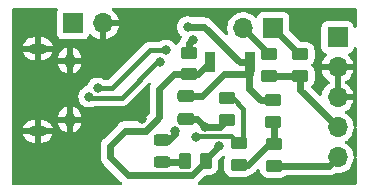
<source format=gbr>
%TF.GenerationSoftware,KiCad,Pcbnew,(6.0.11)*%
%TF.CreationDate,2023-08-29T10:49:09-03:00*%
%TF.ProjectId,gerenciador_de_bateria_2.0,67657265-6e63-4696-9164-6f725f64655f,rev?*%
%TF.SameCoordinates,Original*%
%TF.FileFunction,Copper,L2,Bot*%
%TF.FilePolarity,Positive*%
%FSLAX46Y46*%
G04 Gerber Fmt 4.6, Leading zero omitted, Abs format (unit mm)*
G04 Created by KiCad (PCBNEW (6.0.11)) date 2023-08-29 10:49:09*
%MOMM*%
%LPD*%
G01*
G04 APERTURE LIST*
G04 Aperture macros list*
%AMRoundRect*
0 Rectangle with rounded corners*
0 $1 Rounding radius*
0 $2 $3 $4 $5 $6 $7 $8 $9 X,Y pos of 4 corners*
0 Add a 4 corners polygon primitive as box body*
4,1,4,$2,$3,$4,$5,$6,$7,$8,$9,$2,$3,0*
0 Add four circle primitives for the rounded corners*
1,1,$1+$1,$2,$3*
1,1,$1+$1,$4,$5*
1,1,$1+$1,$6,$7*
1,1,$1+$1,$8,$9*
0 Add four rect primitives between the rounded corners*
20,1,$1+$1,$2,$3,$4,$5,0*
20,1,$1+$1,$4,$5,$6,$7,0*
20,1,$1+$1,$6,$7,$8,$9,0*
20,1,$1+$1,$8,$9,$2,$3,0*%
G04 Aperture macros list end*
%TA.AperFunction,ComponentPad*%
%ADD10R,1.700000X1.700000*%
%TD*%
%TA.AperFunction,ComponentPad*%
%ADD11O,1.700000X1.700000*%
%TD*%
%TA.AperFunction,ComponentPad*%
%ADD12O,1.550000X0.890000*%
%TD*%
%TA.AperFunction,ComponentPad*%
%ADD13O,0.950000X1.250000*%
%TD*%
%TA.AperFunction,SMDPad,CuDef*%
%ADD14RoundRect,0.250000X-0.450000X0.262500X-0.450000X-0.262500X0.450000X-0.262500X0.450000X0.262500X0*%
%TD*%
%TA.AperFunction,SMDPad,CuDef*%
%ADD15RoundRect,0.250000X0.450000X-0.262500X0.450000X0.262500X-0.450000X0.262500X-0.450000X-0.262500X0*%
%TD*%
%TA.AperFunction,SMDPad,CuDef*%
%ADD16RoundRect,0.250000X-0.262500X-0.450000X0.262500X-0.450000X0.262500X0.450000X-0.262500X0.450000X0*%
%TD*%
%TA.AperFunction,SMDPad,CuDef*%
%ADD17RoundRect,0.250000X-0.475000X0.250000X-0.475000X-0.250000X0.475000X-0.250000X0.475000X0.250000X0*%
%TD*%
%TA.AperFunction,SMDPad,CuDef*%
%ADD18R,0.900000X1.700000*%
%TD*%
%TA.AperFunction,SMDPad,CuDef*%
%ADD19RoundRect,0.243750X-0.456250X0.243750X-0.456250X-0.243750X0.456250X-0.243750X0.456250X0.243750X0*%
%TD*%
%TA.AperFunction,ViaPad*%
%ADD20C,0.800000*%
%TD*%
%TA.AperFunction,Conductor*%
%ADD21C,0.600000*%
%TD*%
%TA.AperFunction,Conductor*%
%ADD22C,0.400000*%
%TD*%
G04 APERTURE END LIST*
D10*
%TO.P,J1,1,Pin_1*%
%TO.N,/BATT*%
X132638800Y-118267400D03*
D11*
%TO.P,J1,2,Pin_2*%
%TO.N,GNDPWR*%
X132638800Y-120807400D03*
%TO.P,J1,3,Pin_3*%
X132638800Y-123347400D03*
%TO.P,J1,4,Pin_4*%
%TO.N,/SYS*%
X132638800Y-125887400D03*
%TO.P,J1,5,Pin_5*%
%TO.N,/TERM*%
X132638800Y-128427400D03*
%TD*%
D12*
%TO.P,U2,6,GND*%
%TO.N,GNDPWR*%
X107259600Y-126232800D03*
D13*
X109959600Y-120232800D03*
X109959600Y-125232800D03*
D12*
X107259600Y-119232800D03*
%TD*%
D10*
%TO.P,J2,1,Pin_1*%
%TO.N,/VIN*%
X110231000Y-117094000D03*
D11*
%TO.P,J2,2,Pin_2*%
%TO.N,GNDPWR*%
X112771000Y-117094000D03*
%TD*%
D10*
%TO.P,J5,1,Pin_1*%
%TO.N,/SCL*%
X127203200Y-117500400D03*
D11*
%TO.P,J5,2,Pin_2*%
%TO.N,/SDA*%
X124663200Y-117500400D03*
%TD*%
D14*
%TO.P,R1,1*%
%TO.N,Net-(R1-Pad1)*%
X120091200Y-119585100D03*
%TO.P,R1,2*%
%TO.N,/VREF*%
X120091200Y-121410100D03*
%TD*%
D15*
%TO.P,R7,1*%
%TO.N,/SYS*%
X129489200Y-121511700D03*
%TO.P,R7,2*%
%TO.N,/SCL*%
X129489200Y-119686700D03*
%TD*%
%TO.P,R12,1*%
%TO.N,Net-(R11-Pad2)*%
X127152400Y-125423300D03*
%TO.P,R12,2*%
%TO.N,GNDA*%
X127152400Y-123598300D03*
%TD*%
D16*
%TO.P,R5,1*%
%TO.N,Net-(D1-Pad2)*%
X119686700Y-128727200D03*
%TO.P,R5,2*%
%TO.N,/VREF*%
X121511700Y-128727200D03*
%TD*%
D14*
%TO.P,R4,1*%
%TO.N,Net-(R4-Pad1)*%
X124256800Y-127255900D03*
%TO.P,R4,2*%
%TO.N,Net-(R11-Pad2)*%
X124256800Y-129080900D03*
%TD*%
D15*
%TO.P,R6,1*%
%TO.N,Net-(C11-Pad2)*%
X123240800Y-125270900D03*
%TO.P,R6,2*%
%TO.N,Net-(R4-Pad1)*%
X123240800Y-123445900D03*
%TD*%
D17*
%TO.P,C11,1*%
%TO.N,GNDA*%
X119786400Y-123256000D03*
%TO.P,C11,2*%
%TO.N,Net-(C11-Pad2)*%
X119786400Y-125156000D03*
%TD*%
D15*
%TO.P,R8,1*%
%TO.N,/SYS*%
X126847600Y-121511700D03*
%TO.P,R8,2*%
%TO.N,/SDA*%
X126847600Y-119686700D03*
%TD*%
D18*
%TO.P,SW1,1,1*%
%TO.N,GNDA*%
X125245600Y-120396000D03*
%TO.P,SW1,2,2*%
%TO.N,/VREF*%
X121845600Y-120396000D03*
%TD*%
D15*
%TO.P,R11,1*%
%TO.N,/TERM*%
X127254000Y-129131700D03*
%TO.P,R11,2*%
%TO.N,Net-(R11-Pad2)*%
X127254000Y-127306700D03*
%TD*%
D19*
%TO.P,D1,1,K*%
%TO.N,Net-(D1-Pad1)*%
X117754400Y-126976900D03*
%TO.P,D1,2,A*%
%TO.N,Net-(D1-Pad2)*%
X117754400Y-128851900D03*
%TD*%
D20*
%TO.N,/VREF*%
X122631200Y-127457200D03*
%TO.N,GNDA*%
X119938800Y-117398800D03*
%TO.N,Net-(C11-Pad2)*%
X121422629Y-125822311D03*
%TO.N,Net-(D1-Pad1)*%
X118875500Y-126187200D03*
%TO.N,Net-(R1-Pad1)*%
X120396000Y-118465600D03*
%TO.N,Net-(R4-Pad1)*%
X120670000Y-126695200D03*
%TO.N,GNDPWR*%
X116078000Y-125222000D03*
%TO.N,Net-(U1-Pad25)*%
X118110000Y-119380000D03*
X112318800Y-122580400D03*
%TO.N,Net-(U1-Pad26)*%
X117567988Y-120375052D03*
X111607600Y-123291600D03*
%TD*%
D21*
%TO.N,/VREF*%
X117551200Y-125021593D02*
X117551200Y-122631200D01*
X116385593Y-126187200D02*
X117551200Y-125021593D01*
X117551200Y-122631200D02*
X118772300Y-121410100D01*
X113409200Y-128422400D02*
X113409200Y-127433600D01*
X118772300Y-121410100D02*
X120091200Y-121410100D01*
X114655600Y-126187200D02*
X116385593Y-126187200D01*
X121511700Y-128727200D02*
X121511700Y-128576700D01*
X114914000Y-129927200D02*
X120311700Y-129927200D01*
X120831500Y-121410100D02*
X121845600Y-120396000D01*
X121511700Y-128576700D02*
X122631200Y-127457200D01*
X120091200Y-121410100D02*
X120831500Y-121410100D01*
X113409200Y-128422400D02*
X114914000Y-129927200D01*
X120311700Y-129927200D02*
X121511700Y-128727200D01*
X113409200Y-127433600D02*
X114655600Y-126187200D01*
%TO.N,GNDA*%
X124358400Y-120396000D02*
X125245600Y-120396000D01*
X121193600Y-123256000D02*
X123037600Y-121412000D01*
X121361200Y-117398800D02*
X124358400Y-120396000D01*
X125245600Y-121337600D02*
X125171200Y-121412000D01*
X125171200Y-122529600D02*
X125171200Y-122631200D01*
X125171200Y-121412000D02*
X125171200Y-122529600D01*
X126138300Y-123598300D02*
X127152400Y-123598300D01*
X119786400Y-123256000D02*
X121193600Y-123256000D01*
X119938800Y-117398800D02*
X121361200Y-117398800D01*
X125245600Y-120396000D02*
X125245600Y-121337600D01*
X123037600Y-121412000D02*
X125171200Y-121412000D01*
X125171200Y-122631200D02*
X126138300Y-123598300D01*
%TO.N,/SYS*%
X126847600Y-121511700D02*
X129489200Y-121511700D01*
X129489200Y-121511700D02*
X129489200Y-122737800D01*
X129489200Y-122737800D02*
X132638800Y-125887400D01*
%TO.N,Net-(C11-Pad2)*%
X119786400Y-125156000D02*
X120756318Y-125156000D01*
X121422629Y-125822311D02*
X122689389Y-125822311D01*
X122689389Y-125822311D02*
X123240800Y-125270900D01*
X120756318Y-125156000D02*
X121422629Y-125822311D01*
%TO.N,Net-(D1-Pad1)*%
X118875500Y-126187200D02*
X118875500Y-126488500D01*
X118875500Y-126488500D02*
X118387100Y-126976900D01*
%TO.N,Net-(D1-Pad2)*%
X117754400Y-128851900D02*
X119562000Y-128851900D01*
X119562000Y-128851900D02*
X119686700Y-128727200D01*
%TO.N,/SCL*%
X129489200Y-119686700D02*
X129389500Y-119686700D01*
X129389500Y-119686700D02*
X127203200Y-117500400D01*
D22*
%TO.N,/SDA*%
X126746000Y-119585100D02*
X126847600Y-119686700D01*
D21*
X126847600Y-119684800D02*
X124663200Y-117500400D01*
X126847600Y-119686700D02*
X126847600Y-119684800D01*
%TO.N,Net-(R1-Pad1)*%
X120091200Y-119585100D02*
X120091200Y-118770400D01*
X120091200Y-118770400D02*
X120396000Y-118465600D01*
D22*
%TO.N,Net-(R4-Pad1)*%
X120708000Y-126657200D02*
X123658100Y-126657200D01*
X120670000Y-126695200D02*
X120708000Y-126657200D01*
X123658100Y-126657200D02*
X124256800Y-127255900D01*
X124663200Y-126849500D02*
X124663200Y-124307600D01*
X124256800Y-127255900D02*
X124663200Y-126849500D01*
X124663200Y-124307600D02*
X123801500Y-123445900D01*
X123801500Y-123445900D02*
X123240800Y-123445900D01*
D21*
%TO.N,Net-(R11-Pad2)*%
X127254000Y-125524900D02*
X127152400Y-125423300D01*
X127254000Y-127306700D02*
X127254000Y-125524900D01*
X125071500Y-129080900D02*
X126845700Y-127306700D01*
X124256800Y-129080900D02*
X125071500Y-129080900D01*
X126845700Y-127306700D02*
X127254000Y-127306700D01*
D22*
%TO.N,Net-(U1-Pad25)*%
X113538000Y-122580400D02*
X112318800Y-122580400D01*
X118110000Y-119380000D02*
X116738400Y-119380000D01*
X116738400Y-119380000D02*
X113538000Y-122580400D01*
%TO.N,Net-(U1-Pad26)*%
X111696400Y-123380400D02*
X111607600Y-123291600D01*
X117368948Y-120375052D02*
X114363600Y-123380400D01*
X114363600Y-123380400D02*
X111696400Y-123380400D01*
X117567988Y-120375052D02*
X117368948Y-120375052D01*
D21*
%TO.N,/TERM*%
X127254000Y-129131700D02*
X131934500Y-129131700D01*
X131934500Y-129131700D02*
X132638800Y-128427400D01*
%TD*%
%TA.AperFunction,Conductor*%
%TO.N,GNDPWR*%
G36*
X108926182Y-115777702D02*
G01*
X108972675Y-115831358D01*
X108982779Y-115901632D01*
X108958887Y-115959265D01*
X108930385Y-115997295D01*
X108879255Y-116133684D01*
X108872500Y-116195866D01*
X108872500Y-117992134D01*
X108879255Y-118054316D01*
X108930385Y-118190705D01*
X109017739Y-118307261D01*
X109134295Y-118394615D01*
X109270684Y-118445745D01*
X109332866Y-118452500D01*
X111129134Y-118452500D01*
X111191316Y-118445745D01*
X111327705Y-118394615D01*
X111444261Y-118307261D01*
X111531615Y-118190705D01*
X111570015Y-118088273D01*
X111575798Y-118072848D01*
X111618440Y-118016084D01*
X111685001Y-117991384D01*
X111754350Y-118006592D01*
X111789017Y-118034580D01*
X111814218Y-118063673D01*
X111821580Y-118070883D01*
X111985434Y-118206916D01*
X111993881Y-118212831D01*
X112177756Y-118320279D01*
X112187042Y-118324729D01*
X112386001Y-118400703D01*
X112395899Y-118403579D01*
X112499250Y-118424606D01*
X112513299Y-118423410D01*
X112517000Y-118413065D01*
X112517000Y-118412517D01*
X113025000Y-118412517D01*
X113029064Y-118426359D01*
X113042478Y-118428393D01*
X113049184Y-118427534D01*
X113059262Y-118425392D01*
X113263255Y-118364191D01*
X113272842Y-118360433D01*
X113464095Y-118266739D01*
X113472945Y-118261464D01*
X113646328Y-118137792D01*
X113654200Y-118131139D01*
X113805052Y-117980812D01*
X113811730Y-117972965D01*
X113936003Y-117800020D01*
X113941313Y-117791183D01*
X114035670Y-117600267D01*
X114039469Y-117590672D01*
X114101377Y-117386910D01*
X114103555Y-117376837D01*
X114104986Y-117365962D01*
X114102775Y-117351778D01*
X114089617Y-117348000D01*
X113043115Y-117348000D01*
X113027876Y-117352475D01*
X113026671Y-117353865D01*
X113025000Y-117361548D01*
X113025000Y-118412517D01*
X112517000Y-118412517D01*
X112517000Y-116966000D01*
X112537002Y-116897879D01*
X112590658Y-116851386D01*
X112643000Y-116840000D01*
X114089344Y-116840000D01*
X114102875Y-116836027D01*
X114104180Y-116826947D01*
X114062214Y-116659875D01*
X114058894Y-116650124D01*
X113973972Y-116454814D01*
X113969105Y-116445739D01*
X113853426Y-116266926D01*
X113847136Y-116258757D01*
X113703806Y-116101240D01*
X113696273Y-116094215D01*
X113554920Y-115982582D01*
X113513857Y-115924665D01*
X113510625Y-115853742D01*
X113546250Y-115792330D01*
X113609421Y-115759928D01*
X113633012Y-115757700D01*
X134123000Y-115757700D01*
X134191121Y-115777702D01*
X134237614Y-115831358D01*
X134249000Y-115883700D01*
X134249000Y-117363727D01*
X134228998Y-117431848D01*
X134175342Y-117478341D01*
X134105068Y-117488445D01*
X134040488Y-117458951D01*
X134002104Y-117399225D01*
X133997300Y-117371217D01*
X133997300Y-117369266D01*
X133990545Y-117307084D01*
X133939415Y-117170695D01*
X133852061Y-117054139D01*
X133735505Y-116966785D01*
X133599116Y-116915655D01*
X133536934Y-116908900D01*
X131740666Y-116908900D01*
X131678484Y-116915655D01*
X131542095Y-116966785D01*
X131425539Y-117054139D01*
X131338185Y-117170695D01*
X131287055Y-117307084D01*
X131280300Y-117369266D01*
X131280300Y-119165534D01*
X131287055Y-119227716D01*
X131338185Y-119364105D01*
X131425539Y-119480661D01*
X131542095Y-119568015D01*
X131550504Y-119571167D01*
X131550505Y-119571168D01*
X131659760Y-119612126D01*
X131716525Y-119654767D01*
X131741225Y-119721329D01*
X131726018Y-119790678D01*
X131706625Y-119817159D01*
X131583390Y-119946117D01*
X131576904Y-119954127D01*
X131456898Y-120130049D01*
X131451800Y-120139023D01*
X131362138Y-120332183D01*
X131358575Y-120341870D01*
X131303189Y-120541583D01*
X131304712Y-120550007D01*
X131317092Y-120553400D01*
X133957144Y-120553400D01*
X133970675Y-120549427D01*
X133971980Y-120540347D01*
X133930014Y-120373275D01*
X133926694Y-120363524D01*
X133841772Y-120168214D01*
X133836905Y-120159139D01*
X133721226Y-119980326D01*
X133714936Y-119972157D01*
X133571093Y-119814077D01*
X133540041Y-119750231D01*
X133548435Y-119679733D01*
X133593612Y-119624964D01*
X133620056Y-119611295D01*
X133727097Y-119571167D01*
X133735505Y-119568015D01*
X133852061Y-119480661D01*
X133939415Y-119364105D01*
X133990545Y-119227716D01*
X133997300Y-119165534D01*
X133997300Y-119163931D01*
X134020841Y-119097320D01*
X134076932Y-119053796D01*
X134147650Y-119047508D01*
X134210541Y-119080450D01*
X134245639Y-119142165D01*
X134249000Y-119171073D01*
X134249000Y-125821951D01*
X134228998Y-125890072D01*
X134214802Y-125902373D01*
X134217236Y-125903896D01*
X134247495Y-125968121D01*
X134249000Y-125987535D01*
X134249000Y-128361951D01*
X134228998Y-128430072D01*
X134214802Y-128442373D01*
X134217236Y-128443896D01*
X134247495Y-128508121D01*
X134249000Y-128527535D01*
X134249000Y-130632700D01*
X134228998Y-130700821D01*
X134175342Y-130747314D01*
X134123000Y-130758700D01*
X120927543Y-130758700D01*
X120859422Y-130738698D01*
X120812929Y-130685042D01*
X120802825Y-130614768D01*
X120832319Y-130550188D01*
X120838762Y-130543291D01*
X120845881Y-130536222D01*
X120846503Y-130535640D01*
X120847170Y-130535122D01*
X120873160Y-130509132D01*
X120945782Y-130437015D01*
X120946440Y-130435978D01*
X120947543Y-130434749D01*
X121409687Y-129972605D01*
X121471999Y-129938579D01*
X121498782Y-129935700D01*
X121824600Y-129935700D01*
X121827846Y-129935363D01*
X121827850Y-129935363D01*
X121923508Y-129925438D01*
X121923512Y-129925437D01*
X121930366Y-129924726D01*
X121936902Y-129922545D01*
X121936904Y-129922545D01*
X122091198Y-129871068D01*
X122098146Y-129868750D01*
X122248548Y-129775678D01*
X122373505Y-129650503D01*
X122377346Y-129644272D01*
X122462475Y-129506168D01*
X122462476Y-129506166D01*
X122466315Y-129499938D01*
X122501519Y-129393800D01*
X122519832Y-129338589D01*
X122519832Y-129338587D01*
X122521997Y-129332061D01*
X122523793Y-129314537D01*
X122532372Y-129230798D01*
X122532700Y-129227600D01*
X122532700Y-128751282D01*
X122552702Y-128683161D01*
X122569605Y-128662187D01*
X122883112Y-128348680D01*
X122920959Y-128322668D01*
X122962507Y-128304170D01*
X123032874Y-128294736D01*
X123097171Y-128324843D01*
X123134984Y-128384932D01*
X123134307Y-128455925D01*
X123121014Y-128485394D01*
X123114685Y-128495662D01*
X123059003Y-128663539D01*
X123058303Y-128670375D01*
X123058302Y-128670378D01*
X123056467Y-128688293D01*
X123048300Y-128768000D01*
X123048300Y-129393800D01*
X123048637Y-129397046D01*
X123048637Y-129397050D01*
X123051715Y-129426709D01*
X123059274Y-129499566D01*
X123061455Y-129506102D01*
X123061455Y-129506104D01*
X123091211Y-129595292D01*
X123115250Y-129667346D01*
X123208322Y-129817748D01*
X123333497Y-129942705D01*
X123339727Y-129946545D01*
X123339728Y-129946546D01*
X123476890Y-130031094D01*
X123484062Y-130035515D01*
X123563805Y-130061964D01*
X123645411Y-130089032D01*
X123645413Y-130089032D01*
X123651939Y-130091197D01*
X123658775Y-130091897D01*
X123658778Y-130091898D01*
X123701831Y-130096309D01*
X123756400Y-130101900D01*
X124757200Y-130101900D01*
X124760446Y-130101563D01*
X124760450Y-130101563D01*
X124856108Y-130091638D01*
X124856112Y-130091637D01*
X124862966Y-130090926D01*
X124869502Y-130088745D01*
X124869504Y-130088745D01*
X125001606Y-130044672D01*
X125030746Y-130034950D01*
X125181148Y-129941878D01*
X125226507Y-129896440D01*
X125274238Y-129866468D01*
X125283426Y-129863268D01*
X125298242Y-129859104D01*
X125324119Y-129853509D01*
X125331010Y-129852019D01*
X125370313Y-129833692D01*
X125382089Y-129828910D01*
X125423052Y-129814645D01*
X125429027Y-129810911D01*
X125429030Y-129810910D01*
X125451495Y-129796873D01*
X125465012Y-129789534D01*
X125489014Y-129778341D01*
X125489015Y-129778340D01*
X125495402Y-129775362D01*
X125513370Y-129761425D01*
X125529653Y-129748794D01*
X125540112Y-129741498D01*
X125570904Y-129722258D01*
X125570907Y-129722256D01*
X125576876Y-129718526D01*
X125581872Y-129713565D01*
X125605679Y-129689924D01*
X125606304Y-129689339D01*
X125606970Y-129688822D01*
X125632958Y-129662834D01*
X125705582Y-129590715D01*
X125706240Y-129589678D01*
X125707343Y-129588449D01*
X125840122Y-129455670D01*
X125902434Y-129421644D01*
X125973249Y-129426709D01*
X126030085Y-129469256D01*
X126054544Y-129531764D01*
X126056474Y-129550366D01*
X126058655Y-129556902D01*
X126058655Y-129556904D01*
X126072465Y-129598296D01*
X126112450Y-129718146D01*
X126205522Y-129868548D01*
X126330697Y-129993505D01*
X126336927Y-129997345D01*
X126336928Y-129997346D01*
X126474090Y-130081894D01*
X126481262Y-130086315D01*
X126527234Y-130101563D01*
X126642611Y-130139832D01*
X126642613Y-130139832D01*
X126649139Y-130141997D01*
X126655975Y-130142697D01*
X126655978Y-130142698D01*
X126699031Y-130147109D01*
X126753600Y-130152700D01*
X127754400Y-130152700D01*
X127757646Y-130152363D01*
X127757650Y-130152363D01*
X127853308Y-130142438D01*
X127853312Y-130142437D01*
X127860166Y-130141726D01*
X127866702Y-130139545D01*
X127866704Y-130139545D01*
X128018969Y-130088745D01*
X128027946Y-130085750D01*
X128178348Y-129992678D01*
X128193817Y-129977182D01*
X128256099Y-129943103D01*
X128282990Y-129940200D01*
X131925286Y-129940200D01*
X131926606Y-129940207D01*
X132016721Y-129941151D01*
X132059097Y-129931989D01*
X132071663Y-129929931D01*
X132114755Y-129925097D01*
X132121406Y-129922781D01*
X132121410Y-129922780D01*
X132146430Y-129914067D01*
X132161242Y-129909904D01*
X132187119Y-129904309D01*
X132194010Y-129902819D01*
X132233313Y-129884492D01*
X132245089Y-129879710D01*
X132286052Y-129865445D01*
X132292027Y-129861711D01*
X132292030Y-129861710D01*
X132314495Y-129847673D01*
X132328012Y-129840334D01*
X132352014Y-129829141D01*
X132352015Y-129829140D01*
X132358402Y-129826162D01*
X132384402Y-129805994D01*
X132450487Y-129780047D01*
X132474658Y-129780410D01*
X132477397Y-129780967D01*
X132482566Y-129781157D01*
X132482570Y-129781157D01*
X132695473Y-129788964D01*
X132695477Y-129788964D01*
X132700637Y-129789153D01*
X132705757Y-129788497D01*
X132705759Y-129788497D01*
X132917088Y-129761425D01*
X132917089Y-129761425D01*
X132922216Y-129760768D01*
X132927166Y-129759283D01*
X133131229Y-129698061D01*
X133131234Y-129698059D01*
X133136184Y-129696574D01*
X133336794Y-129598296D01*
X133518660Y-129468573D01*
X133676896Y-129310889D01*
X133807253Y-129129477D01*
X133812580Y-129118700D01*
X133903936Y-128933853D01*
X133903937Y-128933851D01*
X133906230Y-128929211D01*
X133951585Y-128779930D01*
X133969665Y-128720423D01*
X133969665Y-128720421D01*
X133971170Y-128715469D01*
X133998078Y-128511088D01*
X134026801Y-128446161D01*
X134031442Y-128443100D01*
X134002104Y-128397449D01*
X133997424Y-128372275D01*
X133991745Y-128303198D01*
X133983652Y-128204761D01*
X133929231Y-127988102D01*
X133840154Y-127783240D01*
X133762453Y-127663133D01*
X133721622Y-127600017D01*
X133721620Y-127600014D01*
X133718814Y-127595677D01*
X133568470Y-127430451D01*
X133564419Y-127427252D01*
X133564415Y-127427248D01*
X133397214Y-127295200D01*
X133397210Y-127295198D01*
X133393159Y-127291998D01*
X133351853Y-127269196D01*
X133301884Y-127218764D01*
X133287112Y-127149321D01*
X133312228Y-127082916D01*
X133339580Y-127056309D01*
X133407788Y-127007657D01*
X133518660Y-126928573D01*
X133532840Y-126914443D01*
X133673235Y-126774537D01*
X133676896Y-126770889D01*
X133695164Y-126745467D01*
X133804235Y-126593677D01*
X133807253Y-126589477D01*
X133848870Y-126505272D01*
X133903936Y-126393853D01*
X133903937Y-126393851D01*
X133906230Y-126389211D01*
X133971170Y-126175469D01*
X133998078Y-125971088D01*
X134026801Y-125906161D01*
X134031442Y-125903100D01*
X134002104Y-125857449D01*
X133997424Y-125832275D01*
X133992931Y-125777631D01*
X133983652Y-125664761D01*
X133929231Y-125448102D01*
X133840154Y-125243240D01*
X133752147Y-125107202D01*
X133721622Y-125060017D01*
X133721620Y-125060014D01*
X133718814Y-125055677D01*
X133568470Y-124890451D01*
X133564419Y-124887252D01*
X133564415Y-124887248D01*
X133397214Y-124755200D01*
X133397210Y-124755198D01*
X133393159Y-124751998D01*
X133351369Y-124728929D01*
X133301398Y-124678497D01*
X133286626Y-124609054D01*
X133311742Y-124542648D01*
X133339094Y-124516041D01*
X133514128Y-124391192D01*
X133522000Y-124384539D01*
X133672852Y-124234212D01*
X133679530Y-124226365D01*
X133803803Y-124053420D01*
X133809113Y-124044583D01*
X133903470Y-123853667D01*
X133907269Y-123844072D01*
X133969177Y-123640310D01*
X133971355Y-123630237D01*
X133972786Y-123619362D01*
X133970575Y-123605178D01*
X133957417Y-123601400D01*
X132510800Y-123601400D01*
X132442679Y-123581398D01*
X132396186Y-123527742D01*
X132384800Y-123475400D01*
X132384800Y-123075285D01*
X132892800Y-123075285D01*
X132897275Y-123090524D01*
X132898665Y-123091729D01*
X132906348Y-123093400D01*
X133957144Y-123093400D01*
X133970675Y-123089427D01*
X133971980Y-123080347D01*
X133930014Y-122913275D01*
X133926694Y-122903524D01*
X133841772Y-122708214D01*
X133836905Y-122699139D01*
X133721226Y-122520326D01*
X133714936Y-122512157D01*
X133571606Y-122354640D01*
X133564073Y-122347615D01*
X133396939Y-122215622D01*
X133388352Y-122209917D01*
X133350916Y-122189251D01*
X133300946Y-122138819D01*
X133286174Y-122069376D01*
X133311290Y-122002971D01*
X133338642Y-121976364D01*
X133514127Y-121851192D01*
X133522000Y-121844539D01*
X133672852Y-121694212D01*
X133679530Y-121686365D01*
X133803803Y-121513420D01*
X133809113Y-121504583D01*
X133903470Y-121313667D01*
X133907269Y-121304072D01*
X133969177Y-121100310D01*
X133971355Y-121090237D01*
X133972786Y-121079362D01*
X133970575Y-121065178D01*
X133957417Y-121061400D01*
X132910915Y-121061400D01*
X132895676Y-121065875D01*
X132894471Y-121067265D01*
X132892800Y-121074948D01*
X132892800Y-123075285D01*
X132384800Y-123075285D01*
X132384800Y-121079515D01*
X132380325Y-121064276D01*
X132378935Y-121063071D01*
X132371252Y-121061400D01*
X131322025Y-121061400D01*
X131308494Y-121065373D01*
X131307057Y-121075366D01*
X131337365Y-121209846D01*
X131340445Y-121219675D01*
X131420570Y-121417003D01*
X131425213Y-121426194D01*
X131536494Y-121607788D01*
X131542577Y-121616099D01*
X131682013Y-121777067D01*
X131689380Y-121784283D01*
X131853234Y-121920316D01*
X131861681Y-121926231D01*
X131931279Y-121966901D01*
X131980003Y-122018540D01*
X131993074Y-122088323D01*
X131966343Y-122154094D01*
X131925887Y-122187453D01*
X131917262Y-122191942D01*
X131908538Y-122197436D01*
X131738233Y-122325305D01*
X131730526Y-122332148D01*
X131583390Y-122486117D01*
X131576904Y-122494127D01*
X131456898Y-122670049D01*
X131451800Y-122679023D01*
X131362138Y-122872183D01*
X131358575Y-122881870D01*
X131301664Y-123087081D01*
X131299733Y-123097202D01*
X131298029Y-123113147D01*
X131270902Y-123178757D01*
X131212611Y-123219286D01*
X131141661Y-123221866D01*
X131083647Y-123188855D01*
X130429591Y-122534799D01*
X130395565Y-122472487D01*
X130400630Y-122401672D01*
X130429513Y-122356687D01*
X130533330Y-122252688D01*
X130533334Y-122252683D01*
X130538505Y-122247503D01*
X130542346Y-122241272D01*
X130627475Y-122103168D01*
X130627476Y-122103166D01*
X130631315Y-122096938D01*
X130686997Y-121929061D01*
X130689818Y-121901534D01*
X130697372Y-121827798D01*
X130697700Y-121824600D01*
X130697700Y-121198800D01*
X130693804Y-121161251D01*
X130687438Y-121099892D01*
X130687437Y-121099888D01*
X130686726Y-121093034D01*
X130680832Y-121075366D01*
X130633068Y-120932202D01*
X130630750Y-120925254D01*
X130537678Y-120774852D01*
X130451091Y-120688416D01*
X130417012Y-120626134D01*
X130422015Y-120555314D01*
X130450936Y-120510225D01*
X130533334Y-120427683D01*
X130538505Y-120422503D01*
X130542346Y-120416272D01*
X130627475Y-120278168D01*
X130627476Y-120278166D01*
X130631315Y-120271938D01*
X130668729Y-120159139D01*
X130684832Y-120110589D01*
X130684832Y-120110587D01*
X130686997Y-120104061D01*
X130689641Y-120078261D01*
X130697372Y-120002798D01*
X130697700Y-119999600D01*
X130697700Y-119373800D01*
X130686726Y-119268034D01*
X130675744Y-119235115D01*
X130633068Y-119107202D01*
X130630750Y-119100254D01*
X130537678Y-118949852D01*
X130412503Y-118824895D01*
X130402719Y-118818864D01*
X130268168Y-118735925D01*
X130268166Y-118735924D01*
X130261938Y-118732085D01*
X130145698Y-118693530D01*
X130100589Y-118678568D01*
X130100587Y-118678568D01*
X130094061Y-118676403D01*
X130087225Y-118675703D01*
X130087222Y-118675702D01*
X130043358Y-118671208D01*
X129989600Y-118665700D01*
X129564082Y-118665700D01*
X129495961Y-118645698D01*
X129474987Y-118628795D01*
X128598605Y-117752413D01*
X128564579Y-117690101D01*
X128561700Y-117663318D01*
X128561700Y-116602266D01*
X128554945Y-116540084D01*
X128503815Y-116403695D01*
X128416461Y-116287139D01*
X128299905Y-116199785D01*
X128163516Y-116148655D01*
X128101334Y-116141900D01*
X126305066Y-116141900D01*
X126242884Y-116148655D01*
X126106495Y-116199785D01*
X125989939Y-116287139D01*
X125902585Y-116403695D01*
X125899433Y-116412103D01*
X125858119Y-116522307D01*
X125815477Y-116579071D01*
X125748916Y-116603771D01*
X125679567Y-116588563D01*
X125646943Y-116562876D01*
X125596351Y-116507275D01*
X125596342Y-116507266D01*
X125592870Y-116503451D01*
X125588819Y-116500252D01*
X125588815Y-116500248D01*
X125421614Y-116368200D01*
X125421610Y-116368198D01*
X125417559Y-116364998D01*
X125221989Y-116257038D01*
X125217120Y-116255314D01*
X125217116Y-116255312D01*
X125016287Y-116184195D01*
X125016283Y-116184194D01*
X125011412Y-116182469D01*
X125006319Y-116181562D01*
X125006316Y-116181561D01*
X124796573Y-116144200D01*
X124796567Y-116144199D01*
X124791484Y-116143294D01*
X124717652Y-116142392D01*
X124573281Y-116140628D01*
X124573279Y-116140628D01*
X124568111Y-116140565D01*
X124347291Y-116174355D01*
X124134956Y-116243757D01*
X123936807Y-116346907D01*
X123932674Y-116350010D01*
X123932671Y-116350012D01*
X123793088Y-116454814D01*
X123758165Y-116481035D01*
X123718725Y-116522307D01*
X123616007Y-116629795D01*
X123603829Y-116642538D01*
X123600915Y-116646810D01*
X123600914Y-116646811D01*
X123553682Y-116716051D01*
X123477943Y-116827080D01*
X123383888Y-117029705D01*
X123324189Y-117244970D01*
X123300451Y-117467095D01*
X123313310Y-117690115D01*
X123314447Y-117695161D01*
X123314448Y-117695167D01*
X123329977Y-117764071D01*
X123362422Y-117908039D01*
X123364366Y-117912826D01*
X123366697Y-117918567D01*
X123373794Y-117989208D01*
X123341574Y-118052472D01*
X123280265Y-118088273D01*
X123209333Y-118085245D01*
X123160860Y-118055068D01*
X121939434Y-116833642D01*
X121938506Y-116832705D01*
X121880357Y-116773325D01*
X121880356Y-116773324D01*
X121875429Y-116768293D01*
X121838979Y-116744802D01*
X121828654Y-116737383D01*
X121794757Y-116710324D01*
X121764562Y-116695727D01*
X121751145Y-116688198D01*
X121722962Y-116670035D01*
X121716345Y-116667627D01*
X121716340Y-116667624D01*
X121682227Y-116655208D01*
X121670484Y-116650247D01*
X121637797Y-116634446D01*
X121637792Y-116634444D01*
X121631451Y-116631379D01*
X121624593Y-116629796D01*
X121624591Y-116629795D01*
X121598774Y-116623835D01*
X121584031Y-116619468D01*
X121552515Y-116607997D01*
X121545525Y-116607114D01*
X121545517Y-116607112D01*
X121509499Y-116602562D01*
X121496947Y-116600326D01*
X121461586Y-116592162D01*
X121461583Y-116592162D01*
X121454715Y-116590576D01*
X121447669Y-116590551D01*
X121447666Y-116590551D01*
X121414144Y-116590434D01*
X121413262Y-116590405D01*
X121412431Y-116590300D01*
X121375781Y-116590300D01*
X121375341Y-116590299D01*
X121276857Y-116589955D01*
X121276852Y-116589955D01*
X121273330Y-116589943D01*
X121272130Y-116590211D01*
X121270493Y-116590300D01*
X120383294Y-116590300D01*
X120332045Y-116579407D01*
X120227119Y-116532691D01*
X120227118Y-116532691D01*
X120221088Y-116530006D01*
X120114148Y-116507275D01*
X120040744Y-116491672D01*
X120040739Y-116491672D01*
X120034287Y-116490300D01*
X119843313Y-116490300D01*
X119836861Y-116491672D01*
X119836856Y-116491672D01*
X119763452Y-116507275D01*
X119656512Y-116530006D01*
X119650482Y-116532691D01*
X119650481Y-116532691D01*
X119488078Y-116604997D01*
X119488076Y-116604998D01*
X119482048Y-116607682D01*
X119476707Y-116611562D01*
X119476706Y-116611563D01*
X119434073Y-116642538D01*
X119327547Y-116719934D01*
X119323126Y-116724844D01*
X119323125Y-116724845D01*
X119223017Y-116836027D01*
X119199760Y-116861856D01*
X119104273Y-117027244D01*
X119045258Y-117208872D01*
X119044568Y-117215433D01*
X119044568Y-117215435D01*
X119041464Y-117244970D01*
X119025296Y-117398800D01*
X119025986Y-117405365D01*
X119031935Y-117461962D01*
X119045258Y-117588728D01*
X119104273Y-117770356D01*
X119107576Y-117776078D01*
X119107577Y-117776079D01*
X119141486Y-117834810D01*
X119199760Y-117935744D01*
X119204178Y-117940651D01*
X119204179Y-117940652D01*
X119323125Y-118072755D01*
X119327547Y-118077666D01*
X119332889Y-118081547D01*
X119332891Y-118081549D01*
X119342146Y-118088273D01*
X119399408Y-118129876D01*
X119442761Y-118186097D01*
X119448836Y-118256833D01*
X119423819Y-118310417D01*
X119402724Y-118336843D01*
X119399659Y-118343184D01*
X119399658Y-118343185D01*
X119388128Y-118367037D01*
X119380599Y-118380454D01*
X119362435Y-118408638D01*
X119360027Y-118415255D01*
X119360024Y-118415260D01*
X119347608Y-118449373D01*
X119342647Y-118461116D01*
X119326846Y-118493803D01*
X119326844Y-118493808D01*
X119323779Y-118500149D01*
X119322196Y-118507007D01*
X119322195Y-118507009D01*
X119316235Y-118532826D01*
X119311868Y-118547569D01*
X119300397Y-118579085D01*
X119299514Y-118586076D01*
X119299387Y-118587080D01*
X119299126Y-118587678D01*
X119297857Y-118592924D01*
X119296936Y-118592701D01*
X119271006Y-118652157D01*
X119240684Y-118678433D01*
X119166852Y-118724122D01*
X119046854Y-118844329D01*
X119046853Y-118844330D01*
X119041895Y-118849297D01*
X119041045Y-118848449D01*
X118989040Y-118885323D01*
X118918117Y-118888558D01*
X118856704Y-118852936D01*
X118850300Y-118845238D01*
X118849040Y-118843056D01*
X118829230Y-118821054D01*
X118725675Y-118706045D01*
X118725674Y-118706044D01*
X118721253Y-118701134D01*
X118605497Y-118617032D01*
X118572094Y-118592763D01*
X118572093Y-118592762D01*
X118566752Y-118588882D01*
X118560724Y-118586198D01*
X118560722Y-118586197D01*
X118398319Y-118513891D01*
X118398318Y-118513891D01*
X118392288Y-118511206D01*
X118298887Y-118491353D01*
X118211944Y-118472872D01*
X118211939Y-118472872D01*
X118205487Y-118471500D01*
X118014513Y-118471500D01*
X118008061Y-118472872D01*
X118008056Y-118472872D01*
X117921113Y-118491353D01*
X117827712Y-118511206D01*
X117821682Y-118513891D01*
X117821681Y-118513891D01*
X117659278Y-118586197D01*
X117659276Y-118586198D01*
X117653248Y-118588882D01*
X117647907Y-118592762D01*
X117647906Y-118592763D01*
X117572656Y-118647436D01*
X117505789Y-118671294D01*
X117498595Y-118671500D01*
X116767312Y-118671500D01*
X116758742Y-118671208D01*
X116708624Y-118667791D01*
X116708620Y-118667791D01*
X116701048Y-118667275D01*
X116693571Y-118668580D01*
X116693570Y-118668580D01*
X116667092Y-118673201D01*
X116638097Y-118678262D01*
X116631579Y-118679223D01*
X116568158Y-118686898D01*
X116561057Y-118689581D01*
X116558448Y-118690222D01*
X116542138Y-118694685D01*
X116539602Y-118695450D01*
X116532116Y-118696757D01*
X116525159Y-118699811D01*
X116473605Y-118722442D01*
X116467501Y-118724933D01*
X116407744Y-118747513D01*
X116401481Y-118751817D01*
X116399115Y-118753054D01*
X116384303Y-118761299D01*
X116382049Y-118762632D01*
X116375095Y-118765685D01*
X116324398Y-118804587D01*
X116319068Y-118808459D01*
X116272680Y-118840339D01*
X116272675Y-118840344D01*
X116266419Y-118844643D01*
X116261368Y-118850313D01*
X116261366Y-118850314D01*
X116224965Y-118891170D01*
X116219984Y-118896446D01*
X113281435Y-121834995D01*
X113219123Y-121869021D01*
X113192340Y-121871900D01*
X112930205Y-121871900D01*
X112862084Y-121851898D01*
X112856144Y-121847836D01*
X112780894Y-121793163D01*
X112780893Y-121793162D01*
X112775552Y-121789282D01*
X112769524Y-121786598D01*
X112769522Y-121786597D01*
X112607119Y-121714291D01*
X112607118Y-121714291D01*
X112601088Y-121711606D01*
X112507688Y-121691753D01*
X112420744Y-121673272D01*
X112420739Y-121673272D01*
X112414287Y-121671900D01*
X112223313Y-121671900D01*
X112216861Y-121673272D01*
X112216856Y-121673272D01*
X112129912Y-121691753D01*
X112036512Y-121711606D01*
X112030482Y-121714291D01*
X112030481Y-121714291D01*
X111868078Y-121786597D01*
X111868076Y-121786598D01*
X111862048Y-121789282D01*
X111707547Y-121901534D01*
X111703126Y-121906444D01*
X111703125Y-121906445D01*
X111682762Y-121929061D01*
X111579760Y-122043456D01*
X111524893Y-122138489D01*
X111512357Y-122160202D01*
X111484273Y-122208844D01*
X111446433Y-122325305D01*
X111443868Y-122333198D01*
X111403795Y-122391804D01*
X111350232Y-122417509D01*
X111331769Y-122421433D01*
X111331764Y-122421434D01*
X111325312Y-122422806D01*
X111319282Y-122425491D01*
X111319281Y-122425491D01*
X111156878Y-122497797D01*
X111156876Y-122497798D01*
X111150848Y-122500482D01*
X111145507Y-122504362D01*
X111145506Y-122504363D01*
X111123535Y-122520326D01*
X110996347Y-122612734D01*
X110991926Y-122617644D01*
X110991925Y-122617645D01*
X110888371Y-122732654D01*
X110868560Y-122754656D01*
X110826845Y-122826908D01*
X110806363Y-122862385D01*
X110773073Y-122920044D01*
X110714058Y-123101672D01*
X110713368Y-123108233D01*
X110713368Y-123108235D01*
X110698660Y-123248172D01*
X110694096Y-123291600D01*
X110714058Y-123481528D01*
X110773073Y-123663156D01*
X110868560Y-123828544D01*
X110872978Y-123833451D01*
X110872979Y-123833452D01*
X110988255Y-123961479D01*
X110996347Y-123970466D01*
X111085810Y-124035465D01*
X111139419Y-124074414D01*
X111150848Y-124082718D01*
X111156876Y-124085402D01*
X111156878Y-124085403D01*
X111273572Y-124137358D01*
X111325312Y-124160394D01*
X111418712Y-124180247D01*
X111505656Y-124198728D01*
X111505661Y-124198728D01*
X111512113Y-124200100D01*
X111703087Y-124200100D01*
X111709539Y-124198728D01*
X111709544Y-124198728D01*
X111796488Y-124180247D01*
X111889888Y-124160394D01*
X111950514Y-124133402D01*
X112026001Y-124099793D01*
X112077250Y-124088900D01*
X114334688Y-124088900D01*
X114343258Y-124089192D01*
X114393376Y-124092609D01*
X114393380Y-124092609D01*
X114400952Y-124093125D01*
X114408429Y-124091820D01*
X114408430Y-124091820D01*
X114434908Y-124087199D01*
X114463903Y-124082138D01*
X114470421Y-124081177D01*
X114533842Y-124073502D01*
X114540943Y-124070819D01*
X114543552Y-124070178D01*
X114559862Y-124065715D01*
X114562398Y-124064950D01*
X114569884Y-124063643D01*
X114628400Y-124037956D01*
X114634504Y-124035465D01*
X114637842Y-124034204D01*
X114694256Y-124012887D01*
X114700519Y-124008583D01*
X114702885Y-124007346D01*
X114717697Y-123999101D01*
X114719951Y-123997768D01*
X114726905Y-123994715D01*
X114777602Y-123955813D01*
X114782932Y-123951941D01*
X114829320Y-123920061D01*
X114829325Y-123920056D01*
X114835581Y-123915757D01*
X114842508Y-123907983D01*
X114877035Y-123869230D01*
X114882016Y-123863954D01*
X116621067Y-122124903D01*
X116683379Y-122090877D01*
X116754194Y-122095942D01*
X116811030Y-122138489D01*
X116835841Y-122205009D01*
X116823445Y-122267871D01*
X116822435Y-122269438D01*
X116820028Y-122276051D01*
X116820025Y-122276057D01*
X116807608Y-122310173D01*
X116802647Y-122321916D01*
X116786846Y-122354603D01*
X116786844Y-122354608D01*
X116783779Y-122360949D01*
X116782196Y-122367807D01*
X116782195Y-122367809D01*
X116776235Y-122393626D01*
X116771868Y-122408369D01*
X116760397Y-122439885D01*
X116759514Y-122446875D01*
X116759512Y-122446883D01*
X116754962Y-122482901D01*
X116752726Y-122495453D01*
X116746661Y-122521726D01*
X116742976Y-122537685D01*
X116742951Y-122544731D01*
X116742951Y-122544734D01*
X116742834Y-122578256D01*
X116742805Y-122579138D01*
X116742700Y-122579969D01*
X116742700Y-122616619D01*
X116742699Y-122617059D01*
X116742363Y-122713421D01*
X116742343Y-122719070D01*
X116742611Y-122720270D01*
X116742700Y-122721907D01*
X116742700Y-124634511D01*
X116722698Y-124702632D01*
X116705795Y-124723607D01*
X116087605Y-125341796D01*
X116025293Y-125375821D01*
X115998510Y-125378700D01*
X114664814Y-125378700D01*
X114663494Y-125378693D01*
X114662419Y-125378682D01*
X114573379Y-125377749D01*
X114531003Y-125386911D01*
X114518437Y-125388969D01*
X114475345Y-125393803D01*
X114468694Y-125396119D01*
X114468690Y-125396120D01*
X114443670Y-125404833D01*
X114428857Y-125408996D01*
X114396090Y-125416081D01*
X114356787Y-125434408D01*
X114345011Y-125439190D01*
X114304048Y-125453455D01*
X114298073Y-125457189D01*
X114298070Y-125457190D01*
X114275605Y-125471227D01*
X114262088Y-125478566D01*
X114240848Y-125488471D01*
X114231698Y-125492738D01*
X114226133Y-125497055D01*
X114226131Y-125497056D01*
X114197447Y-125519306D01*
X114186988Y-125526602D01*
X114156196Y-125545842D01*
X114156193Y-125545844D01*
X114150224Y-125549574D01*
X114145229Y-125554534D01*
X114145228Y-125554535D01*
X114121421Y-125578176D01*
X114120796Y-125578761D01*
X114120130Y-125579278D01*
X114094140Y-125605268D01*
X114021518Y-125677385D01*
X114020860Y-125678422D01*
X114019757Y-125679651D01*
X112844042Y-126855366D01*
X112843105Y-126856294D01*
X112800970Y-126897556D01*
X112778693Y-126919371D01*
X112755202Y-126955821D01*
X112747783Y-126966146D01*
X112720724Y-127000043D01*
X112717659Y-127006384D01*
X112717658Y-127006385D01*
X112706128Y-127030237D01*
X112698599Y-127043654D01*
X112680435Y-127071838D01*
X112678027Y-127078455D01*
X112678024Y-127078460D01*
X112665608Y-127112573D01*
X112660647Y-127124316D01*
X112644846Y-127157003D01*
X112644844Y-127157008D01*
X112641779Y-127163349D01*
X112640196Y-127170207D01*
X112640195Y-127170209D01*
X112634235Y-127196026D01*
X112629868Y-127210769D01*
X112618397Y-127242285D01*
X112617514Y-127249275D01*
X112617512Y-127249283D01*
X112612962Y-127285301D01*
X112610726Y-127297853D01*
X112603520Y-127329068D01*
X112600976Y-127340085D01*
X112600951Y-127347131D01*
X112600951Y-127347134D01*
X112600834Y-127380656D01*
X112600805Y-127381538D01*
X112600700Y-127382369D01*
X112600700Y-127419019D01*
X112600699Y-127419459D01*
X112600466Y-127486318D01*
X112600343Y-127521470D01*
X112600611Y-127522670D01*
X112600700Y-127524307D01*
X112600700Y-128413186D01*
X112600693Y-128414506D01*
X112599749Y-128504621D01*
X112608911Y-128546997D01*
X112610969Y-128559563D01*
X112615803Y-128602655D01*
X112618119Y-128609306D01*
X112618120Y-128609310D01*
X112626833Y-128634330D01*
X112630996Y-128649142D01*
X112638081Y-128681910D01*
X112656408Y-128721213D01*
X112661190Y-128732989D01*
X112675455Y-128773952D01*
X112679189Y-128779927D01*
X112679190Y-128779930D01*
X112693227Y-128802395D01*
X112700566Y-128815912D01*
X112711759Y-128839914D01*
X112714738Y-128846302D01*
X112719055Y-128851867D01*
X112719056Y-128851869D01*
X112741306Y-128880553D01*
X112748602Y-128891012D01*
X112771574Y-128927776D01*
X112776534Y-128932771D01*
X112776535Y-128932772D01*
X112800176Y-128956579D01*
X112800761Y-128957204D01*
X112801278Y-128957870D01*
X112827266Y-128983858D01*
X112899385Y-129056482D01*
X112900422Y-129057140D01*
X112901651Y-129058243D01*
X114335672Y-130492263D01*
X114336600Y-130493200D01*
X114386878Y-130544542D01*
X114420249Y-130607207D01*
X114414443Y-130677966D01*
X114371304Y-130734353D01*
X114304527Y-130758466D01*
X114296855Y-130758700D01*
X105231700Y-130758700D01*
X105163579Y-130738698D01*
X105117086Y-130685042D01*
X105105700Y-130632700D01*
X105105700Y-126496875D01*
X106011291Y-126496875D01*
X106066430Y-126646736D01*
X106071992Y-126658142D01*
X106167291Y-126811844D01*
X106175040Y-126821905D01*
X106299290Y-126953296D01*
X106308910Y-126961599D01*
X106457043Y-127065323D01*
X106468131Y-127071520D01*
X106634095Y-127143340D01*
X106646207Y-127147182D01*
X106824734Y-127184477D01*
X106834266Y-127185715D01*
X106837489Y-127185800D01*
X106987485Y-127185800D01*
X107002724Y-127181325D01*
X107003929Y-127179935D01*
X107005600Y-127172252D01*
X107005600Y-127167685D01*
X107513600Y-127167685D01*
X107518075Y-127182924D01*
X107519465Y-127184129D01*
X107527148Y-127185800D01*
X107634792Y-127185800D01*
X107641167Y-127185477D01*
X107775867Y-127171795D01*
X107788307Y-127169241D01*
X107960864Y-127115165D01*
X107972552Y-127110156D01*
X108130711Y-127022486D01*
X108141144Y-127015235D01*
X108278443Y-126897556D01*
X108287212Y-126888347D01*
X108398042Y-126745467D01*
X108404778Y-126734687D01*
X108484619Y-126572426D01*
X108489045Y-126560527D01*
X108503682Y-126504331D01*
X108503248Y-126490236D01*
X108495067Y-126486800D01*
X107531715Y-126486800D01*
X107516476Y-126491275D01*
X107515271Y-126492665D01*
X107513600Y-126500348D01*
X107513600Y-127167685D01*
X107005600Y-127167685D01*
X107005600Y-126504915D01*
X107001125Y-126489676D01*
X106999735Y-126488471D01*
X106992052Y-126486800D01*
X106025699Y-126486800D01*
X106012168Y-126490773D01*
X106011291Y-126496875D01*
X105105700Y-126496875D01*
X105105700Y-125961269D01*
X106015518Y-125961269D01*
X106015952Y-125975364D01*
X106024133Y-125978800D01*
X106987485Y-125978800D01*
X107002724Y-125974325D01*
X107003929Y-125972935D01*
X107005600Y-125965252D01*
X107005600Y-125960685D01*
X107513600Y-125960685D01*
X107518075Y-125975924D01*
X107519465Y-125977129D01*
X107527148Y-125978800D01*
X108493501Y-125978800D01*
X108507032Y-125974827D01*
X108507909Y-125968725D01*
X108452770Y-125818864D01*
X108447208Y-125807458D01*
X108351909Y-125653756D01*
X108344160Y-125643695D01*
X108219910Y-125512304D01*
X108210290Y-125504001D01*
X108209567Y-125503495D01*
X108983791Y-125503495D01*
X108991067Y-125575131D01*
X108993621Y-125587570D01*
X109049520Y-125765943D01*
X109054529Y-125777631D01*
X109145153Y-125941120D01*
X109152404Y-125951553D01*
X109274056Y-126093488D01*
X109283247Y-126102241D01*
X109430964Y-126216821D01*
X109441724Y-126223545D01*
X109609460Y-126306081D01*
X109621367Y-126310509D01*
X109688069Y-126327883D01*
X109702164Y-126327449D01*
X109705600Y-126319268D01*
X109705600Y-126318667D01*
X110213600Y-126318667D01*
X110217573Y-126332198D01*
X110223675Y-126333075D01*
X110386745Y-126273077D01*
X110398173Y-126267503D01*
X110557040Y-126169001D01*
X110567104Y-126161251D01*
X110702922Y-126032814D01*
X110711225Y-126023194D01*
X110818445Y-125870069D01*
X110824642Y-125858980D01*
X110898884Y-125687418D01*
X110902723Y-125675315D01*
X110938401Y-125504536D01*
X110937278Y-125490475D01*
X110927171Y-125486800D01*
X110231715Y-125486800D01*
X110216476Y-125491275D01*
X110215271Y-125492665D01*
X110213600Y-125500348D01*
X110213600Y-126318667D01*
X109705600Y-126318667D01*
X109705600Y-125504915D01*
X109701125Y-125489676D01*
X109699735Y-125488471D01*
X109692052Y-125486800D01*
X109000210Y-125486800D01*
X108985850Y-125491016D01*
X108983791Y-125503495D01*
X108209567Y-125503495D01*
X108062157Y-125400277D01*
X108051069Y-125394080D01*
X107885105Y-125322260D01*
X107872993Y-125318418D01*
X107694466Y-125281123D01*
X107684934Y-125279885D01*
X107681711Y-125279800D01*
X107531715Y-125279800D01*
X107516476Y-125284275D01*
X107515271Y-125285665D01*
X107513600Y-125293348D01*
X107513600Y-125960685D01*
X107005600Y-125960685D01*
X107005600Y-125297915D01*
X107001125Y-125282676D01*
X106999735Y-125281471D01*
X106992052Y-125279800D01*
X106884408Y-125279800D01*
X106878033Y-125280123D01*
X106743333Y-125293805D01*
X106730893Y-125296359D01*
X106558336Y-125350435D01*
X106546648Y-125355444D01*
X106388489Y-125443114D01*
X106378056Y-125450365D01*
X106240757Y-125568044D01*
X106231988Y-125577253D01*
X106121158Y-125720133D01*
X106114422Y-125730913D01*
X106034581Y-125893174D01*
X106030155Y-125905073D01*
X106015518Y-125961269D01*
X105105700Y-125961269D01*
X105105700Y-124961064D01*
X108980799Y-124961064D01*
X108981922Y-124975125D01*
X108992029Y-124978800D01*
X109687485Y-124978800D01*
X109702724Y-124974325D01*
X109703929Y-124972935D01*
X109705600Y-124965252D01*
X109705600Y-124960685D01*
X110213600Y-124960685D01*
X110218075Y-124975924D01*
X110219465Y-124977129D01*
X110227148Y-124978800D01*
X110918990Y-124978800D01*
X110933350Y-124974584D01*
X110935409Y-124962105D01*
X110928133Y-124890469D01*
X110925579Y-124878030D01*
X110869680Y-124699657D01*
X110864671Y-124687969D01*
X110774047Y-124524480D01*
X110766796Y-124514047D01*
X110645144Y-124372112D01*
X110635953Y-124363359D01*
X110488236Y-124248779D01*
X110477476Y-124242055D01*
X110309740Y-124159519D01*
X110297833Y-124155091D01*
X110231131Y-124137717D01*
X110217036Y-124138151D01*
X110213600Y-124146332D01*
X110213600Y-124960685D01*
X109705600Y-124960685D01*
X109705600Y-124146933D01*
X109701627Y-124133402D01*
X109695525Y-124132525D01*
X109532455Y-124192523D01*
X109521027Y-124198097D01*
X109362160Y-124296599D01*
X109352096Y-124304349D01*
X109216278Y-124432786D01*
X109207975Y-124442406D01*
X109100755Y-124595531D01*
X109094558Y-124606620D01*
X109020316Y-124778182D01*
X109016477Y-124790285D01*
X108980799Y-124961064D01*
X105105700Y-124961064D01*
X105105700Y-120503495D01*
X108983791Y-120503495D01*
X108991067Y-120575131D01*
X108993621Y-120587570D01*
X109049520Y-120765943D01*
X109054529Y-120777631D01*
X109145153Y-120941120D01*
X109152404Y-120951553D01*
X109274056Y-121093488D01*
X109283247Y-121102241D01*
X109430964Y-121216821D01*
X109441724Y-121223545D01*
X109609460Y-121306081D01*
X109621367Y-121310509D01*
X109688069Y-121327883D01*
X109702164Y-121327449D01*
X109705600Y-121319268D01*
X109705600Y-121318667D01*
X110213600Y-121318667D01*
X110217573Y-121332198D01*
X110223675Y-121333075D01*
X110386745Y-121273077D01*
X110398173Y-121267503D01*
X110557040Y-121169001D01*
X110567104Y-121161251D01*
X110702922Y-121032814D01*
X110711225Y-121023194D01*
X110818445Y-120870069D01*
X110824642Y-120858980D01*
X110898884Y-120687418D01*
X110902723Y-120675315D01*
X110938401Y-120504536D01*
X110937278Y-120490475D01*
X110927171Y-120486800D01*
X110231715Y-120486800D01*
X110216476Y-120491275D01*
X110215271Y-120492665D01*
X110213600Y-120500348D01*
X110213600Y-121318667D01*
X109705600Y-121318667D01*
X109705600Y-120504915D01*
X109701125Y-120489676D01*
X109699735Y-120488471D01*
X109692052Y-120486800D01*
X109000210Y-120486800D01*
X108985850Y-120491016D01*
X108983791Y-120503495D01*
X105105700Y-120503495D01*
X105105700Y-119496875D01*
X106011291Y-119496875D01*
X106066430Y-119646736D01*
X106071992Y-119658142D01*
X106167291Y-119811844D01*
X106175040Y-119821905D01*
X106299290Y-119953296D01*
X106308910Y-119961599D01*
X106457043Y-120065323D01*
X106468131Y-120071520D01*
X106634095Y-120143340D01*
X106646207Y-120147182D01*
X106824734Y-120184477D01*
X106834266Y-120185715D01*
X106837489Y-120185800D01*
X106987485Y-120185800D01*
X107002724Y-120181325D01*
X107003929Y-120179935D01*
X107005600Y-120172252D01*
X107005600Y-120167685D01*
X107513600Y-120167685D01*
X107518075Y-120182924D01*
X107519465Y-120184129D01*
X107527148Y-120185800D01*
X107634792Y-120185800D01*
X107641167Y-120185477D01*
X107775867Y-120171795D01*
X107788307Y-120169241D01*
X107960864Y-120115165D01*
X107972552Y-120110156D01*
X108130711Y-120022486D01*
X108141144Y-120015235D01*
X108204347Y-119961064D01*
X108980799Y-119961064D01*
X108981922Y-119975125D01*
X108992029Y-119978800D01*
X109687485Y-119978800D01*
X109702724Y-119974325D01*
X109703929Y-119972935D01*
X109705600Y-119965252D01*
X109705600Y-119960685D01*
X110213600Y-119960685D01*
X110218075Y-119975924D01*
X110219465Y-119977129D01*
X110227148Y-119978800D01*
X110918990Y-119978800D01*
X110933350Y-119974584D01*
X110935409Y-119962105D01*
X110928133Y-119890469D01*
X110925579Y-119878030D01*
X110869680Y-119699657D01*
X110864671Y-119687969D01*
X110774047Y-119524480D01*
X110766796Y-119514047D01*
X110645144Y-119372112D01*
X110635953Y-119363359D01*
X110488236Y-119248779D01*
X110477476Y-119242055D01*
X110309740Y-119159519D01*
X110297833Y-119155091D01*
X110231131Y-119137717D01*
X110217036Y-119138151D01*
X110213600Y-119146332D01*
X110213600Y-119960685D01*
X109705600Y-119960685D01*
X109705600Y-119146933D01*
X109701627Y-119133402D01*
X109695525Y-119132525D01*
X109532455Y-119192523D01*
X109521027Y-119198097D01*
X109362160Y-119296599D01*
X109352096Y-119304349D01*
X109216278Y-119432786D01*
X109207975Y-119442406D01*
X109100755Y-119595531D01*
X109094558Y-119606620D01*
X109020316Y-119778182D01*
X109016477Y-119790285D01*
X108980799Y-119961064D01*
X108204347Y-119961064D01*
X108278443Y-119897556D01*
X108287212Y-119888347D01*
X108398042Y-119745467D01*
X108404778Y-119734687D01*
X108484619Y-119572426D01*
X108489045Y-119560527D01*
X108503682Y-119504331D01*
X108503248Y-119490236D01*
X108495067Y-119486800D01*
X107531715Y-119486800D01*
X107516476Y-119491275D01*
X107515271Y-119492665D01*
X107513600Y-119500348D01*
X107513600Y-120167685D01*
X107005600Y-120167685D01*
X107005600Y-119504915D01*
X107001125Y-119489676D01*
X106999735Y-119488471D01*
X106992052Y-119486800D01*
X106025699Y-119486800D01*
X106012168Y-119490773D01*
X106011291Y-119496875D01*
X105105700Y-119496875D01*
X105105700Y-118961269D01*
X106015518Y-118961269D01*
X106015952Y-118975364D01*
X106024133Y-118978800D01*
X106987485Y-118978800D01*
X107002724Y-118974325D01*
X107003929Y-118972935D01*
X107005600Y-118965252D01*
X107005600Y-118960685D01*
X107513600Y-118960685D01*
X107518075Y-118975924D01*
X107519465Y-118977129D01*
X107527148Y-118978800D01*
X108493501Y-118978800D01*
X108507032Y-118974827D01*
X108507909Y-118968725D01*
X108452770Y-118818864D01*
X108447208Y-118807458D01*
X108351909Y-118653756D01*
X108344160Y-118643695D01*
X108219910Y-118512304D01*
X108210290Y-118504001D01*
X108062157Y-118400277D01*
X108051069Y-118394080D01*
X107885105Y-118322260D01*
X107872993Y-118318418D01*
X107694466Y-118281123D01*
X107684934Y-118279885D01*
X107681711Y-118279800D01*
X107531715Y-118279800D01*
X107516476Y-118284275D01*
X107515271Y-118285665D01*
X107513600Y-118293348D01*
X107513600Y-118960685D01*
X107005600Y-118960685D01*
X107005600Y-118297915D01*
X107001125Y-118282676D01*
X106999735Y-118281471D01*
X106992052Y-118279800D01*
X106884408Y-118279800D01*
X106878033Y-118280123D01*
X106743333Y-118293805D01*
X106730893Y-118296359D01*
X106558336Y-118350435D01*
X106546648Y-118355444D01*
X106388489Y-118443114D01*
X106378056Y-118450365D01*
X106240757Y-118568044D01*
X106231988Y-118577253D01*
X106121158Y-118720133D01*
X106114422Y-118730913D01*
X106034581Y-118893174D01*
X106030155Y-118905073D01*
X106015518Y-118961269D01*
X105105700Y-118961269D01*
X105105700Y-115883700D01*
X105125702Y-115815579D01*
X105179358Y-115769086D01*
X105231700Y-115757700D01*
X108858061Y-115757700D01*
X108926182Y-115777702D01*
G37*
%TD.AperFunction*%
%TD*%
M02*

</source>
